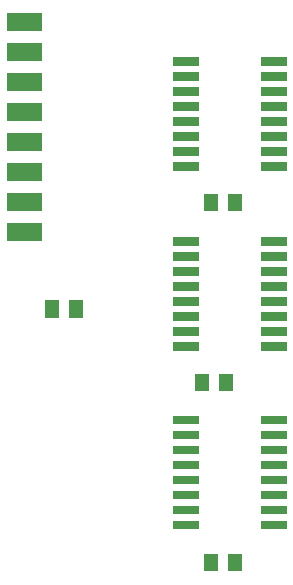
<source format=gbp>
G04 Layer: BottomPasteMaskLayer*
G04 EasyEDA v6.2.43, 2019-09-06T10:08:58+02:00*
G04 e2e4465fc3ca44109e84c49d15151505,91cc4837159741479c5be70faa949f3f,10*
G04 Gerber Generator version 0.2*
G04 Scale: 100 percent, Rotated: No, Reflected: No *
G04 Dimensions in millimeters *
G04 leading zeros omitted , absolute positions ,3 integer and 3 decimal *
%FSLAX33Y33*%
%MOMM*%
G90*
G71D02*


%LPD*%
G36*
G01X28520Y8355D02*
G01X27360Y8355D01*
G01X27360Y6885D01*
G01X28520Y6885D01*
G01X28520Y8355D01*
G37*
G36*
G01X26488Y8355D02*
G01X25328Y8355D01*
G01X25328Y6885D01*
G01X26488Y6885D01*
G01X26488Y8355D01*
G37*
G36*
G01X30142Y20035D02*
G01X30142Y19334D01*
G01X32341Y19334D01*
G01X32341Y20035D01*
G01X30142Y20035D01*
G37*
G36*
G01X30142Y18765D02*
G01X30142Y18064D01*
G01X32341Y18064D01*
G01X32341Y18765D01*
G01X30142Y18765D01*
G37*
G36*
G01X30142Y17495D02*
G01X30142Y16794D01*
G01X32341Y16794D01*
G01X32341Y17495D01*
G01X30142Y17495D01*
G37*
G36*
G01X30142Y16225D02*
G01X30142Y15524D01*
G01X32341Y15524D01*
G01X32341Y16225D01*
G01X30142Y16225D01*
G37*
G36*
G01X30142Y14955D02*
G01X30142Y14254D01*
G01X32341Y14254D01*
G01X32341Y14955D01*
G01X30142Y14955D01*
G37*
G36*
G01X30142Y13685D02*
G01X30142Y12984D01*
G01X32341Y12984D01*
G01X32341Y13685D01*
G01X30142Y13685D01*
G37*
G36*
G01X30142Y12415D02*
G01X30142Y11714D01*
G01X32341Y11714D01*
G01X32341Y12415D01*
G01X30142Y12415D01*
G37*
G36*
G01X30142Y11145D02*
G01X30142Y10444D01*
G01X32341Y10444D01*
G01X32341Y11145D01*
G01X30142Y11145D01*
G37*
G36*
G01X22743Y11145D02*
G01X22743Y10444D01*
G01X24942Y10444D01*
G01X24942Y11145D01*
G01X22743Y11145D01*
G37*
G36*
G01X22743Y12415D02*
G01X22743Y11714D01*
G01X24942Y11714D01*
G01X24942Y12415D01*
G01X22743Y12415D01*
G37*
G36*
G01X22743Y13685D02*
G01X22743Y12984D01*
G01X24942Y12984D01*
G01X24942Y13685D01*
G01X22743Y13685D01*
G37*
G36*
G01X22743Y14955D02*
G01X22743Y14254D01*
G01X24942Y14254D01*
G01X24942Y14955D01*
G01X22743Y14955D01*
G37*
G36*
G01X22743Y16225D02*
G01X22743Y15524D01*
G01X24942Y15524D01*
G01X24942Y16225D01*
G01X22743Y16225D01*
G37*
G36*
G01X22743Y17495D02*
G01X22743Y16794D01*
G01X24942Y16794D01*
G01X24942Y17495D01*
G01X22743Y17495D01*
G37*
G36*
G01X22743Y18765D02*
G01X22743Y18064D01*
G01X24942Y18064D01*
G01X24942Y18765D01*
G01X22743Y18765D01*
G37*
G36*
G01X22743Y20035D02*
G01X22743Y19334D01*
G01X24942Y19334D01*
G01X24942Y20035D01*
G01X22743Y20035D01*
G37*
G36*
G01X27757Y23594D02*
G01X26597Y23594D01*
G01X26597Y22124D01*
G01X27757Y22124D01*
G01X27757Y23594D01*
G37*
G36*
G01X25725Y23594D02*
G01X24565Y23594D01*
G01X24565Y22124D01*
G01X25725Y22124D01*
G01X25725Y23594D01*
G37*
G36*
G01X30142Y35148D02*
G01X30142Y34447D01*
G01X32341Y34447D01*
G01X32341Y35148D01*
G01X30142Y35148D01*
G37*
G36*
G01X30142Y33878D02*
G01X30142Y33177D01*
G01X32341Y33177D01*
G01X32341Y33878D01*
G01X30142Y33878D01*
G37*
G36*
G01X30142Y32608D02*
G01X30142Y31907D01*
G01X32341Y31907D01*
G01X32341Y32608D01*
G01X30142Y32608D01*
G37*
G36*
G01X30142Y31338D02*
G01X30142Y30637D01*
G01X32341Y30637D01*
G01X32341Y31338D01*
G01X30142Y31338D01*
G37*
G36*
G01X30142Y30068D02*
G01X30142Y29367D01*
G01X32341Y29367D01*
G01X32341Y30068D01*
G01X30142Y30068D01*
G37*
G36*
G01X30142Y28798D02*
G01X30142Y28097D01*
G01X32341Y28097D01*
G01X32341Y28798D01*
G01X30142Y28798D01*
G37*
G36*
G01X30142Y27528D02*
G01X30142Y26827D01*
G01X32341Y26827D01*
G01X32341Y27528D01*
G01X30142Y27528D01*
G37*
G36*
G01X30142Y26258D02*
G01X30142Y25557D01*
G01X32341Y25557D01*
G01X32341Y26258D01*
G01X30142Y26258D01*
G37*
G36*
G01X22743Y26258D02*
G01X22743Y25557D01*
G01X24942Y25557D01*
G01X24942Y26258D01*
G01X22743Y26258D01*
G37*
G36*
G01X22743Y27528D02*
G01X22743Y26827D01*
G01X24942Y26827D01*
G01X24942Y27528D01*
G01X22743Y27528D01*
G37*
G36*
G01X22743Y28798D02*
G01X22743Y28097D01*
G01X24942Y28097D01*
G01X24942Y28798D01*
G01X22743Y28798D01*
G37*
G36*
G01X22743Y30068D02*
G01X22743Y29367D01*
G01X24942Y29367D01*
G01X24942Y30068D01*
G01X22743Y30068D01*
G37*
G36*
G01X22743Y31338D02*
G01X22743Y30637D01*
G01X24942Y30637D01*
G01X24942Y31338D01*
G01X22743Y31338D01*
G37*
G36*
G01X22743Y32608D02*
G01X22743Y31907D01*
G01X24942Y31907D01*
G01X24942Y32608D01*
G01X22743Y32608D01*
G37*
G36*
G01X22743Y33878D02*
G01X22743Y33177D01*
G01X24942Y33177D01*
G01X24942Y33878D01*
G01X22743Y33878D01*
G37*
G36*
G01X22743Y35148D02*
G01X22743Y34447D01*
G01X24942Y34447D01*
G01X24942Y35148D01*
G01X22743Y35148D01*
G37*
G36*
G01X28519Y38834D02*
G01X27359Y38834D01*
G01X27359Y37364D01*
G01X28519Y37364D01*
G01X28519Y38834D01*
G37*
G36*
G01X26487Y38834D02*
G01X25327Y38834D01*
G01X25327Y37364D01*
G01X26487Y37364D01*
G01X26487Y38834D01*
G37*
G36*
G01X30141Y50388D02*
G01X30141Y49687D01*
G01X32341Y49687D01*
G01X32341Y50388D01*
G01X30141Y50388D01*
G37*
G36*
G01X30141Y49118D02*
G01X30141Y48417D01*
G01X32341Y48417D01*
G01X32341Y49118D01*
G01X30141Y49118D01*
G37*
G36*
G01X30141Y47848D02*
G01X30141Y47147D01*
G01X32341Y47147D01*
G01X32341Y47848D01*
G01X30141Y47848D01*
G37*
G36*
G01X30141Y46578D02*
G01X30141Y45877D01*
G01X32341Y45877D01*
G01X32341Y46578D01*
G01X30141Y46578D01*
G37*
G36*
G01X30141Y45308D02*
G01X30141Y44607D01*
G01X32341Y44607D01*
G01X32341Y45308D01*
G01X30141Y45308D01*
G37*
G36*
G01X30141Y44038D02*
G01X30141Y43337D01*
G01X32341Y43337D01*
G01X32341Y44038D01*
G01X30141Y44038D01*
G37*
G36*
G01X30141Y42768D02*
G01X30141Y42067D01*
G01X32341Y42067D01*
G01X32341Y42768D01*
G01X30141Y42768D01*
G37*
G36*
G01X30141Y41498D02*
G01X30141Y40797D01*
G01X32341Y40797D01*
G01X32341Y41498D01*
G01X30141Y41498D01*
G37*
G36*
G01X22742Y41498D02*
G01X22742Y40797D01*
G01X24942Y40797D01*
G01X24942Y41498D01*
G01X22742Y41498D01*
G37*
G36*
G01X22742Y42768D02*
G01X22742Y42067D01*
G01X24942Y42067D01*
G01X24942Y42768D01*
G01X22742Y42768D01*
G37*
G36*
G01X22742Y44038D02*
G01X22742Y43337D01*
G01X24942Y43337D01*
G01X24942Y44038D01*
G01X22742Y44038D01*
G37*
G36*
G01X22742Y45308D02*
G01X22742Y44607D01*
G01X24942Y44607D01*
G01X24942Y45308D01*
G01X22742Y45308D01*
G37*
G36*
G01X22742Y46578D02*
G01X22742Y45877D01*
G01X24942Y45877D01*
G01X24942Y46578D01*
G01X22742Y46578D01*
G37*
G36*
G01X22742Y47848D02*
G01X22742Y47147D01*
G01X24942Y47147D01*
G01X24942Y47848D01*
G01X22742Y47848D01*
G37*
G36*
G01X22742Y49118D02*
G01X22742Y48417D01*
G01X24942Y48417D01*
G01X24942Y49118D01*
G01X22742Y49118D01*
G37*
G36*
G01X22742Y50388D02*
G01X22742Y49687D01*
G01X24942Y49687D01*
G01X24942Y50388D01*
G01X22742Y50388D01*
G37*
G36*
G01X11866Y28348D02*
G01X13026Y28348D01*
G01X13026Y29818D01*
G01X11866Y29818D01*
G01X11866Y28348D01*
G37*
G36*
G01X13898Y28348D02*
G01X15058Y28348D01*
G01X15058Y29818D01*
G01X13898Y29818D01*
G01X13898Y28348D01*
G37*
G36*
G01X11659Y52578D02*
G01X11659Y54102D01*
G01X8660Y54102D01*
G01X8660Y52578D01*
G01X11659Y52578D01*
G37*
G36*
G01X11659Y50038D02*
G01X11659Y51562D01*
G01X8660Y51562D01*
G01X8660Y50038D01*
G01X11659Y50038D01*
G37*
G36*
G01X11659Y47498D02*
G01X11659Y49022D01*
G01X8660Y49022D01*
G01X8660Y47498D01*
G01X11659Y47498D01*
G37*
G36*
G01X11659Y44958D02*
G01X11659Y46482D01*
G01X8660Y46482D01*
G01X8660Y44958D01*
G01X11659Y44958D01*
G37*
G36*
G01X11659Y42418D02*
G01X11659Y43942D01*
G01X8660Y43942D01*
G01X8660Y42418D01*
G01X11659Y42418D01*
G37*
G36*
G01X11659Y39878D02*
G01X11659Y41402D01*
G01X8660Y41402D01*
G01X8660Y39878D01*
G01X11659Y39878D01*
G37*
G36*
G01X11659Y37338D02*
G01X11659Y38862D01*
G01X8660Y38862D01*
G01X8660Y37338D01*
G01X11659Y37338D01*
G37*
G36*
G01X11659Y34798D02*
G01X11659Y36322D01*
G01X8660Y36322D01*
G01X8660Y34798D01*
G01X11659Y34798D01*
G37*
M00*
M02*

</source>
